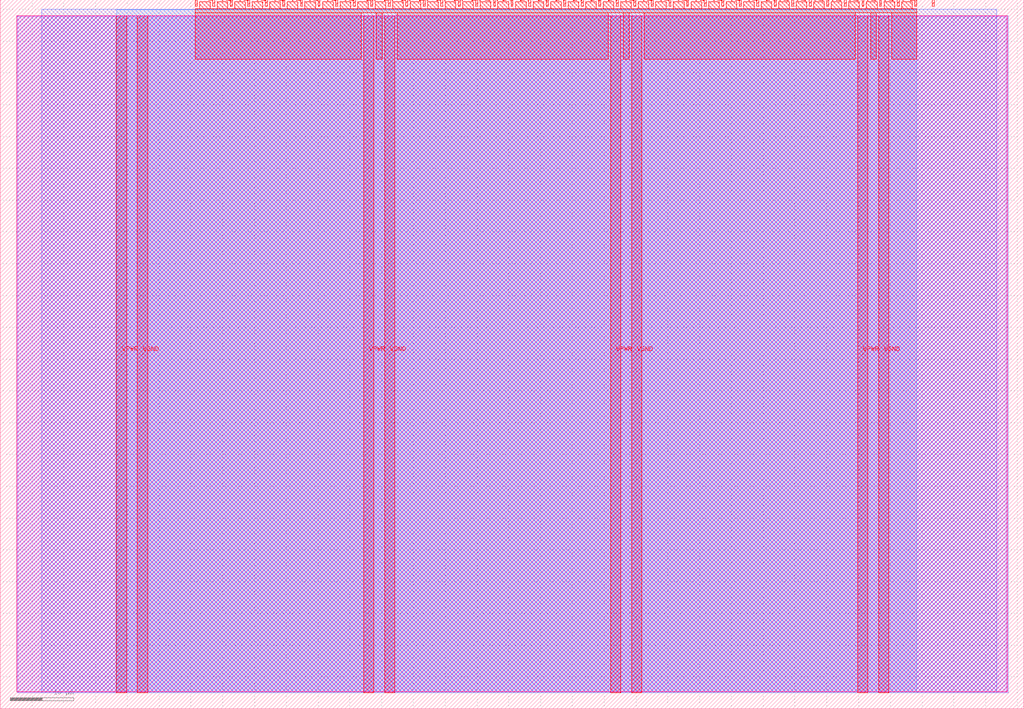
<source format=lef>
VERSION 5.7 ;
  NOWIREEXTENSIONATPIN ON ;
  DIVIDERCHAR "/" ;
  BUSBITCHARS "[]" ;
MACRO tt_um_z2a_rgb_mixer
  CLASS BLOCK ;
  FOREIGN tt_um_z2a_rgb_mixer ;
  ORIGIN 0.000 0.000 ;
  SIZE 161.000 BY 111.520 ;
  PIN VGND
    DIRECTION INOUT ;
    USE GROUND ;
    PORT
      LAYER met4 ;
        RECT 21.580 2.480 23.180 109.040 ;
    END
    PORT
      LAYER met4 ;
        RECT 60.450 2.480 62.050 109.040 ;
    END
    PORT
      LAYER met4 ;
        RECT 99.320 2.480 100.920 109.040 ;
    END
    PORT
      LAYER met4 ;
        RECT 138.190 2.480 139.790 109.040 ;
    END
  END VGND
  PIN VPWR
    DIRECTION INOUT ;
    USE POWER ;
    PORT
      LAYER met4 ;
        RECT 18.280 2.480 19.880 109.040 ;
    END
    PORT
      LAYER met4 ;
        RECT 57.150 2.480 58.750 109.040 ;
    END
    PORT
      LAYER met4 ;
        RECT 96.020 2.480 97.620 109.040 ;
    END
    PORT
      LAYER met4 ;
        RECT 134.890 2.480 136.490 109.040 ;
    END
  END VPWR
  PIN clk
    DIRECTION INPUT ;
    USE SIGNAL ;
    ANTENNAGATEAREA 0.852000 ;
    PORT
      LAYER met4 ;
        RECT 143.830 110.520 144.130 111.520 ;
    END
  END clk
  PIN ena
    DIRECTION INPUT ;
    USE SIGNAL ;
    PORT
      LAYER met4 ;
        RECT 146.590 110.520 146.890 111.520 ;
    END
  END ena
  PIN rst_n
    DIRECTION INPUT ;
    USE SIGNAL ;
    ANTENNAGATEAREA 0.196500 ;
    PORT
      LAYER met4 ;
        RECT 141.070 110.520 141.370 111.520 ;
    END
  END rst_n
  PIN ui_in[0]
    DIRECTION INPUT ;
    USE SIGNAL ;
    ANTENNAGATEAREA 0.196500 ;
    PORT
      LAYER met4 ;
        RECT 138.310 110.520 138.610 111.520 ;
    END
  END ui_in[0]
  PIN ui_in[1]
    DIRECTION INPUT ;
    USE SIGNAL ;
    ANTENNAGATEAREA 0.196500 ;
    PORT
      LAYER met4 ;
        RECT 135.550 110.520 135.850 111.520 ;
    END
  END ui_in[1]
  PIN ui_in[2]
    DIRECTION INPUT ;
    USE SIGNAL ;
    ANTENNAGATEAREA 0.196500 ;
    PORT
      LAYER met4 ;
        RECT 132.790 110.520 133.090 111.520 ;
    END
  END ui_in[2]
  PIN ui_in[3]
    DIRECTION INPUT ;
    USE SIGNAL ;
    ANTENNAGATEAREA 0.196500 ;
    PORT
      LAYER met4 ;
        RECT 130.030 110.520 130.330 111.520 ;
    END
  END ui_in[3]
  PIN ui_in[4]
    DIRECTION INPUT ;
    USE SIGNAL ;
    ANTENNAGATEAREA 0.196500 ;
    PORT
      LAYER met4 ;
        RECT 127.270 110.520 127.570 111.520 ;
    END
  END ui_in[4]
  PIN ui_in[5]
    DIRECTION INPUT ;
    USE SIGNAL ;
    ANTENNAGATEAREA 0.196500 ;
    PORT
      LAYER met4 ;
        RECT 124.510 110.520 124.810 111.520 ;
    END
  END ui_in[5]
  PIN ui_in[6]
    DIRECTION INPUT ;
    USE SIGNAL ;
    ANTENNAGATEAREA 0.196500 ;
    PORT
      LAYER met4 ;
        RECT 121.750 110.520 122.050 111.520 ;
    END
  END ui_in[6]
  PIN ui_in[7]
    DIRECTION INPUT ;
    USE SIGNAL ;
    ANTENNAGATEAREA 0.196500 ;
    PORT
      LAYER met4 ;
        RECT 118.990 110.520 119.290 111.520 ;
    END
  END ui_in[7]
  PIN uio_in[0]
    DIRECTION INPUT ;
    USE SIGNAL ;
    PORT
      LAYER met4 ;
        RECT 116.230 110.520 116.530 111.520 ;
    END
  END uio_in[0]
  PIN uio_in[1]
    DIRECTION INPUT ;
    USE SIGNAL ;
    PORT
      LAYER met4 ;
        RECT 113.470 110.520 113.770 111.520 ;
    END
  END uio_in[1]
  PIN uio_in[2]
    DIRECTION INPUT ;
    USE SIGNAL ;
    PORT
      LAYER met4 ;
        RECT 110.710 110.520 111.010 111.520 ;
    END
  END uio_in[2]
  PIN uio_in[3]
    DIRECTION INPUT ;
    USE SIGNAL ;
    PORT
      LAYER met4 ;
        RECT 107.950 110.520 108.250 111.520 ;
    END
  END uio_in[3]
  PIN uio_in[4]
    DIRECTION INPUT ;
    USE SIGNAL ;
    PORT
      LAYER met4 ;
        RECT 105.190 110.520 105.490 111.520 ;
    END
  END uio_in[4]
  PIN uio_in[5]
    DIRECTION INPUT ;
    USE SIGNAL ;
    PORT
      LAYER met4 ;
        RECT 102.430 110.520 102.730 111.520 ;
    END
  END uio_in[5]
  PIN uio_in[6]
    DIRECTION INPUT ;
    USE SIGNAL ;
    PORT
      LAYER met4 ;
        RECT 99.670 110.520 99.970 111.520 ;
    END
  END uio_in[6]
  PIN uio_in[7]
    DIRECTION INPUT ;
    USE SIGNAL ;
    PORT
      LAYER met4 ;
        RECT 96.910 110.520 97.210 111.520 ;
    END
  END uio_in[7]
  PIN uio_oe[0]
    DIRECTION OUTPUT ;
    USE SIGNAL ;
    PORT
      LAYER met4 ;
        RECT 49.990 110.520 50.290 111.520 ;
    END
  END uio_oe[0]
  PIN uio_oe[1]
    DIRECTION OUTPUT ;
    USE SIGNAL ;
    PORT
      LAYER met4 ;
        RECT 47.230 110.520 47.530 111.520 ;
    END
  END uio_oe[1]
  PIN uio_oe[2]
    DIRECTION OUTPUT ;
    USE SIGNAL ;
    PORT
      LAYER met4 ;
        RECT 44.470 110.520 44.770 111.520 ;
    END
  END uio_oe[2]
  PIN uio_oe[3]
    DIRECTION OUTPUT ;
    USE SIGNAL ;
    PORT
      LAYER met4 ;
        RECT 41.710 110.520 42.010 111.520 ;
    END
  END uio_oe[3]
  PIN uio_oe[4]
    DIRECTION OUTPUT ;
    USE SIGNAL ;
    PORT
      LAYER met4 ;
        RECT 38.950 110.520 39.250 111.520 ;
    END
  END uio_oe[4]
  PIN uio_oe[5]
    DIRECTION OUTPUT ;
    USE SIGNAL ;
    PORT
      LAYER met4 ;
        RECT 36.190 110.520 36.490 111.520 ;
    END
  END uio_oe[5]
  PIN uio_oe[6]
    DIRECTION OUTPUT ;
    USE SIGNAL ;
    PORT
      LAYER met4 ;
        RECT 33.430 110.520 33.730 111.520 ;
    END
  END uio_oe[6]
  PIN uio_oe[7]
    DIRECTION OUTPUT ;
    USE SIGNAL ;
    PORT
      LAYER met4 ;
        RECT 30.670 110.520 30.970 111.520 ;
    END
  END uio_oe[7]
  PIN uio_out[0]
    DIRECTION OUTPUT ;
    USE SIGNAL ;
    ANTENNADIFFAREA 0.462000 ;
    PORT
      LAYER met4 ;
        RECT 72.070 110.520 72.370 111.520 ;
    END
  END uio_out[0]
  PIN uio_out[1]
    DIRECTION OUTPUT ;
    USE SIGNAL ;
    ANTENNADIFFAREA 0.462000 ;
    PORT
      LAYER met4 ;
        RECT 69.310 110.520 69.610 111.520 ;
    END
  END uio_out[1]
  PIN uio_out[2]
    DIRECTION OUTPUT ;
    USE SIGNAL ;
    ANTENNADIFFAREA 0.462000 ;
    PORT
      LAYER met4 ;
        RECT 66.550 110.520 66.850 111.520 ;
    END
  END uio_out[2]
  PIN uio_out[3]
    DIRECTION OUTPUT ;
    USE SIGNAL ;
    ANTENNADIFFAREA 0.462000 ;
    PORT
      LAYER met4 ;
        RECT 63.790 110.520 64.090 111.520 ;
    END
  END uio_out[3]
  PIN uio_out[4]
    DIRECTION OUTPUT ;
    USE SIGNAL ;
    ANTENNADIFFAREA 0.462000 ;
    PORT
      LAYER met4 ;
        RECT 61.030 110.520 61.330 111.520 ;
    END
  END uio_out[4]
  PIN uio_out[5]
    DIRECTION OUTPUT ;
    USE SIGNAL ;
    ANTENNADIFFAREA 0.462000 ;
    PORT
      LAYER met4 ;
        RECT 58.270 110.520 58.570 111.520 ;
    END
  END uio_out[5]
  PIN uio_out[6]
    DIRECTION OUTPUT ;
    USE SIGNAL ;
    ANTENNADIFFAREA 0.462000 ;
    PORT
      LAYER met4 ;
        RECT 55.510 110.520 55.810 111.520 ;
    END
  END uio_out[6]
  PIN uio_out[7]
    DIRECTION OUTPUT ;
    USE SIGNAL ;
    ANTENNADIFFAREA 0.462000 ;
    PORT
      LAYER met4 ;
        RECT 52.750 110.520 53.050 111.520 ;
    END
  END uio_out[7]
  PIN uo_out[0]
    DIRECTION OUTPUT ;
    USE SIGNAL ;
    ANTENNADIFFAREA 0.445500 ;
    PORT
      LAYER met4 ;
        RECT 94.150 110.520 94.450 111.520 ;
    END
  END uo_out[0]
  PIN uo_out[1]
    DIRECTION OUTPUT ;
    USE SIGNAL ;
    ANTENNADIFFAREA 0.445500 ;
    PORT
      LAYER met4 ;
        RECT 91.390 110.520 91.690 111.520 ;
    END
  END uo_out[1]
  PIN uo_out[2]
    DIRECTION OUTPUT ;
    USE SIGNAL ;
    ANTENNADIFFAREA 0.445500 ;
    PORT
      LAYER met4 ;
        RECT 88.630 110.520 88.930 111.520 ;
    END
  END uo_out[2]
  PIN uo_out[3]
    DIRECTION OUTPUT ;
    USE SIGNAL ;
    PORT
      LAYER met4 ;
        RECT 85.870 110.520 86.170 111.520 ;
    END
  END uo_out[3]
  PIN uo_out[4]
    DIRECTION OUTPUT ;
    USE SIGNAL ;
    PORT
      LAYER met4 ;
        RECT 83.110 110.520 83.410 111.520 ;
    END
  END uo_out[4]
  PIN uo_out[5]
    DIRECTION OUTPUT ;
    USE SIGNAL ;
    PORT
      LAYER met4 ;
        RECT 80.350 110.520 80.650 111.520 ;
    END
  END uo_out[5]
  PIN uo_out[6]
    DIRECTION OUTPUT ;
    USE SIGNAL ;
    PORT
      LAYER met4 ;
        RECT 77.590 110.520 77.890 111.520 ;
    END
  END uo_out[6]
  PIN uo_out[7]
    DIRECTION OUTPUT ;
    USE SIGNAL ;
    PORT
      LAYER met4 ;
        RECT 74.830 110.520 75.130 111.520 ;
    END
  END uo_out[7]
  OBS
      LAYER nwell ;
        RECT 2.570 2.635 158.430 108.990 ;
      LAYER li1 ;
        RECT 2.760 2.635 158.240 108.885 ;
      LAYER met1 ;
        RECT 2.760 2.480 158.540 109.040 ;
      LAYER met2 ;
        RECT 6.540 2.535 156.760 110.005 ;
      LAYER met3 ;
        RECT 18.290 2.555 144.170 109.985 ;
      LAYER met4 ;
        RECT 31.370 110.120 33.030 111.170 ;
        RECT 34.130 110.120 35.790 111.170 ;
        RECT 36.890 110.120 38.550 111.170 ;
        RECT 39.650 110.120 41.310 111.170 ;
        RECT 42.410 110.120 44.070 111.170 ;
        RECT 45.170 110.120 46.830 111.170 ;
        RECT 47.930 110.120 49.590 111.170 ;
        RECT 50.690 110.120 52.350 111.170 ;
        RECT 53.450 110.120 55.110 111.170 ;
        RECT 56.210 110.120 57.870 111.170 ;
        RECT 58.970 110.120 60.630 111.170 ;
        RECT 61.730 110.120 63.390 111.170 ;
        RECT 64.490 110.120 66.150 111.170 ;
        RECT 67.250 110.120 68.910 111.170 ;
        RECT 70.010 110.120 71.670 111.170 ;
        RECT 72.770 110.120 74.430 111.170 ;
        RECT 75.530 110.120 77.190 111.170 ;
        RECT 78.290 110.120 79.950 111.170 ;
        RECT 81.050 110.120 82.710 111.170 ;
        RECT 83.810 110.120 85.470 111.170 ;
        RECT 86.570 110.120 88.230 111.170 ;
        RECT 89.330 110.120 90.990 111.170 ;
        RECT 92.090 110.120 93.750 111.170 ;
        RECT 94.850 110.120 96.510 111.170 ;
        RECT 97.610 110.120 99.270 111.170 ;
        RECT 100.370 110.120 102.030 111.170 ;
        RECT 103.130 110.120 104.790 111.170 ;
        RECT 105.890 110.120 107.550 111.170 ;
        RECT 108.650 110.120 110.310 111.170 ;
        RECT 111.410 110.120 113.070 111.170 ;
        RECT 114.170 110.120 115.830 111.170 ;
        RECT 116.930 110.120 118.590 111.170 ;
        RECT 119.690 110.120 121.350 111.170 ;
        RECT 122.450 110.120 124.110 111.170 ;
        RECT 125.210 110.120 126.870 111.170 ;
        RECT 127.970 110.120 129.630 111.170 ;
        RECT 130.730 110.120 132.390 111.170 ;
        RECT 133.490 110.120 135.150 111.170 ;
        RECT 136.250 110.120 137.910 111.170 ;
        RECT 139.010 110.120 140.670 111.170 ;
        RECT 141.770 110.120 143.430 111.170 ;
        RECT 30.655 109.440 144.145 110.120 ;
        RECT 30.655 102.175 56.750 109.440 ;
        RECT 59.150 102.175 60.050 109.440 ;
        RECT 62.450 102.175 95.620 109.440 ;
        RECT 98.020 102.175 98.920 109.440 ;
        RECT 101.320 102.175 134.490 109.440 ;
        RECT 136.890 102.175 137.790 109.440 ;
        RECT 140.190 102.175 144.145 109.440 ;
  END
END tt_um_z2a_rgb_mixer
END LIBRARY


</source>
